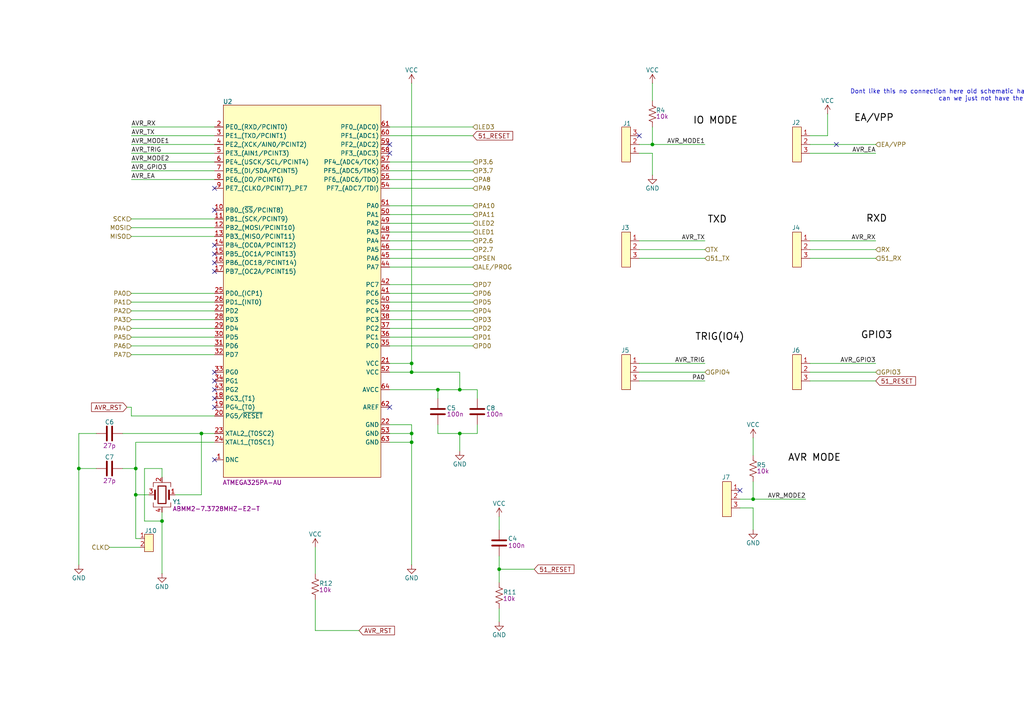
<source format=kicad_sch>
(kicad_sch (version 20231120) (generator "eeschema") (generator_version "8.0")
  (paper "A4")
  (lib_symbols
    (symbol "0603_Yageo_Res:RES_10k_0603" (pin_numbers hide)
      (property "Reference" "R" (at -20.32 5.08 0))
      (property "Display Value" "10k" (at 15.24 5.08 0))
      (symbol "RES_10k_0603_0_1"
        (polyline (pts (xy -2.286 0) (xy -2.54 0)))
        (polyline (pts (xy 2.286 0) (xy 2.54 0)))
        (polyline (pts (xy -2.286 0) (xy -1.905 1.016) (xy -1.524 0) (xy -1.143 -1.016) (xy -0.762 0)))
        (polyline (pts (xy -0.762 0) (xy -0.381 1.016) (xy 0 0) (xy 0.381 -1.016) (xy 0.762 0)))
        (polyline (pts (xy 0.762 0) (xy 1.143 1.016) (xy 1.524 0) (xy 1.905 -1.016) (xy 2.286 0)))
      )
      (symbol "RES_10k_0603_1_1"
        (pin passive line (at -3.81 0 0) (length 1.27) (name "~") (number "1"))
        (pin passive line (at 3.81 0 180) (length 1.27) (name "~") (number "2"))
      )
    )
    (symbol "NAE_Connectors:VERT_HDR_2_2.54mm"
      (property "Reference" "J" (at 0 3.81 0))
      (symbol "VERT_HDR_2_2.54mm_1_1"
        (rectangle (start -1.27 2.54) (end 1.27 -2.54) (fill (type background)))
        (pin passive line (at -2.54 1.27 0) (length 1.27) (name "") (number "1"))
        (pin passive line (at -2.54 -1.27 0) (length 1.27) (name "") (number "2"))
      )
    )
    (symbol "NAE_Connectors:VERT_HDR_3_2.54mm"
      (property "Reference" "J" (at 1.27 3.81 0))
      (symbol "VERT_HDR_3_2.54mm_1_1"
        (rectangle (start 0 2.54) (end 2.54 -7.62) (fill (type background)))
        (pin unspecified line (at -2.54 -5.08 0) (length 2.54) (name "") (number "1"))
        (pin unspecified line (at -2.54 -2.54 0) (length 2.54) (name "") (number "2"))
        (pin unspecified line (at -2.54 0 0) (length 2.54) (name "") (number "3"))
      )
    )
    (symbol "NAE_Crystals:Crystal_7.3728MHZ_SMD" (pin_names hide)
      (property "Reference" "Y" (at -2.54 5.08 0))
      (property "Display Value" "ABMM2-7.3728MHZ-E2-T" (at 3.81 -7.62 0))
      (symbol "Crystal_7.3728MHZ_SMD_0_1"
        (rectangle (start -1.143 2.54) (end 1.143 -2.54) (stroke (width 0.3048)))
        (polyline (pts (xy -2.54 0) (xy -2.032 0)))
        (polyline (pts (xy -2.032 -1.27) (xy -2.032 1.27)) (stroke (width 0.508)))
        (polyline (pts (xy 0 -3.81) (xy 0 -3.556)))
        (polyline (pts (xy 0 3.556) (xy 0 3.81)))
        (polyline (pts (xy 2.032 -1.27) (xy 2.032 1.27)) (stroke (width 0.508)))
        (polyline (pts (xy 2.032 0) (xy 2.54 0)))
        (polyline (pts (xy -2.54 -2.286) (xy -2.54 -3.556) (xy 2.54 -3.556) (xy 2.54 -2.286)))
        (polyline (pts (xy -2.54 2.286) (xy -2.54 3.556) (xy 2.54 3.556) (xy 2.54 2.286)))
      )
      (symbol "Crystal_7.3728MHZ_SMD_1_1"
        (pin passive line (at -3.81 0 0) (length 1.27) (name "1") (number "1"))
        (pin passive line (at 0 5.08 270) (length 1.27) (name "2") (number "2"))
        (pin passive line (at 3.81 0 180) (length 1.27) (name "3") (number "3"))
        (pin passive line (at 0 -5.08 90) (length 1.27) (name "4") (number "4"))
      )
    )
    (symbol "NAE_Integrated_Circuits:ATMEGA325PA-AU"
      (property "Reference" "U" (at -21.59 7.62 0))
      (property "Display Value" "ATMEGA325PA-AU" (at -13.97 -102.87 0))
      (symbol "ATMEGA325PA-AU_1_1"
        (rectangle (start -22.86 6.35) (end 22.86 -101.6) (fill (type background)))
        (pin unspecified line (at -25.4 -96.52 0) (length 2.54) (name "DNC") (number "1"))
        (pin unspecified line (at -25.4 -24.13 0) (length 2.54) (name "PB0_(~{SS}/PCINT8)") (number "10"))
        (pin unspecified line (at -25.4 -26.67 0) (length 2.54) (name "PB1_(SCK/PCINT9)") (number "11"))
        (pin unspecified line (at -25.4 -29.21 0) (length 2.54) (name "PB2_(MOSI/PCINT10)") (number "12"))
        (pin unspecified line (at -25.4 -31.75 0) (length 2.54) (name "PB3_(MISO/PCINT11)") (number "13"))
        (pin unspecified line (at -25.4 -34.29 0) (length 2.54) (name "PB4_(OC0A/PCINT12)") (number "14"))
        (pin unspecified line (at -25.4 -36.83 0) (length 2.54) (name "PB5_(OC1A/PCINT13)") (number "15"))
        (pin unspecified line (at -25.4 -39.37 0) (length 2.54) (name "PB6_(OC1B/PCINT14)") (number "16"))
        (pin unspecified line (at -25.4 -41.91 0) (length 2.54) (name "PB7_(OC2A/PCINT15)") (number "17"))
        (pin unspecified line (at -25.4 -78.74 0) (length 2.54) (name "PG3_(T1)") (number "18"))
        (pin unspecified line (at -25.4 -81.28 0) (length 2.54) (name "PG4_(T0)") (number "19"))
        (pin unspecified line (at -25.4 0 0) (length 2.54) (name "PE0_(RXD/PCINT0)") (number "2"))
        (pin unspecified line (at -25.4 -83.82 0) (length 2.54) (name "PG5/~{RESET}") (number "20"))
        (pin unspecified line (at 25.4 -68.58 180) (length 2.54) (name "VCC") (number "21"))
        (pin unspecified line (at 25.4 -86.36 180) (length 2.54) (name "GND") (number "22"))
        (pin unspecified line (at -25.4 -88.9 0) (length 2.54) (name "XTAL2_(TOSC2)") (number "23"))
        (pin unspecified line (at -25.4 -91.44 0) (length 2.54) (name "XTAL1_(TOSC1)") (number "24"))
        (pin unspecified line (at -25.4 -48.26 0) (length 2.54) (name "PD0_(ICP1)") (number "25"))
        (pin unspecified line (at -25.4 -50.8 0) (length 2.54) (name "PD1_(INT0)") (number "26"))
        (pin unspecified line (at -25.4 -53.34 0) (length 2.54) (name "PD2") (number "27"))
        (pin unspecified line (at -25.4 -55.88 0) (length 2.54) (name "PD3") (number "28"))
        (pin unspecified line (at -25.4 -58.42 0) (length 2.54) (name "PD4") (number "29"))
        (pin unspecified line (at -25.4 -2.54 0) (length 2.54) (name "PE1_(TXD/PCINT1)") (number "3"))
        (pin unspecified line (at -25.4 -60.96 0) (length 2.54) (name "PD5") (number "30"))
        (pin unspecified line (at -25.4 -63.5 0) (length 2.54) (name "PD6") (number "31"))
        (pin unspecified line (at -25.4 -66.04 0) (length 2.54) (name "PD7") (number "32"))
        (pin unspecified line (at -25.4 -71.12 0) (length 2.54) (name "PG0") (number "33"))
        (pin unspecified line (at -25.4 -73.66 0) (length 2.54) (name "PG1") (number "34"))
        (pin unspecified line (at 25.4 -63.5 180) (length 2.54) (name "PC0") (number "35"))
        (pin unspecified line (at 25.4 -60.96 180) (length 2.54) (name "PC1") (number "36"))
        (pin unspecified line (at 25.4 -58.42 180) (length 2.54) (name "PC2") (number "37"))
        (pin unspecified line (at 25.4 -55.88 180) (length 2.54) (name "PC3") (number "38"))
        (pin unspecified line (at 25.4 -53.34 180) (length 2.54) (name "PC4") (number "39"))
        (pin unspecified line (at -25.4 -5.08 0) (length 2.54) (name "PE2_(XCK/AIN0/PCINT2)") (number "4"))
        (pin unspecified line (at 25.4 -50.8 180) (length 2.54) (name "PC5") (number "40"))
        (pin unspecified line (at 25.4 -48.26 180) (length 2.54) (name "PC6") (number "41"))
        (pin unspecified line (at 25.4 -45.72 180) (length 2.54) (name "PC7") (number "42"))
        (pin unspecified line (at -25.4 -76.2 0) (length 2.54) (name "PG2") (number "43"))
        (pin unspecified line (at 25.4 -40.64 180) (length 2.54) (name "PA7") (number "44"))
        (pin unspecified line (at 25.4 -38.1 180) (length 2.54) (name "PA6") (number "45"))
        (pin unspecified line (at 25.4 -35.56 180) (length 2.54) (name "PA5") (number "46"))
        (pin unspecified line (at 25.4 -33.02 180) (length 2.54) (name "PA4") (number "47"))
        (pin unspecified line (at 25.4 -30.48 180) (length 2.54) (name "PA3") (number "48"))
        (pin unspecified line (at 25.4 -27.94 180) (length 2.54) (name "PA2") (number "49"))
        (pin unspecified line (at -25.4 -7.62 0) (length 2.54) (name "PE3_(AIN1/PCINT3)") (number "5"))
        (pin unspecified line (at 25.4 -25.4 180) (length 2.54) (name "PA1") (number "50"))
        (pin unspecified line (at 25.4 -22.86 180) (length 2.54) (name "PA0") (number "51"))
        (pin unspecified line (at 25.4 -71.12 180) (length 2.54) (name "VCC") (number "52"))
        (pin unspecified line (at 25.4 -88.9 180) (length 2.54) (name "GND") (number "53"))
        (pin unspecified line (at 25.4 -17.78 180) (length 2.54) (name "PF7_(ADC7/TDI)") (number "54"))
        (pin unspecified line (at 25.4 -15.24 180) (length 2.54) (name "PF6_(ADC6/TDO)") (number "55"))
        (pin unspecified line (at 25.4 -12.7 180) (length 2.54) (name "PF5_(ADC5/TMS)") (number "56"))
        (pin unspecified line (at 25.4 -10.16 180) (length 2.54) (name "PF4_(ADC4/TCK)") (number "57"))
        (pin unspecified line (at 25.4 -7.62 180) (length 2.54) (name "PF3_(ADC3)") (number "58"))
        (pin unspecified line (at 25.4 -5.08 180) (length 2.54) (name "PF2_(ADC2)") (number "59"))
        (pin unspecified line (at -25.4 -10.16 0) (length 2.54) (name "PE4_(USCK/SCL/PCINT4)") (number "6"))
        (pin unspecified line (at 25.4 -2.54 180) (length 2.54) (name "PF1_(ADC1)") (number "60"))
        (pin unspecified line (at 25.4 0 180) (length 2.54) (name "PF0_(ADC0)") (number "61"))
        (pin unspecified line (at 25.4 -81.28 180) (length 2.54) (name "AREF") (number "62"))
        (pin unspecified line (at 25.4 -91.44 180) (length 2.54) (name "GND") (number "63"))
        (pin unspecified line (at 25.4 -76.2 180) (length 2.54) (name "AVCC") (number "64"))
        (pin unspecified line (at -25.4 -12.7 0) (length 2.54) (name "PE5_(DI/SDA/PCINT5)") (number "7"))
        (pin unspecified line (at -25.4 -15.24 0) (length 2.54) (name "PE6_(DO/PCINT6)") (number "8"))
        (pin unspecified line (at -25.4 -17.78 0) (length 2.54) (name "PE7_(CLKO/PCINT7)_PE7") (number "9"))
      )
    )
    (symbol "nae_caps:CAP_100n_6.3V_0603" (pin_numbers hide)
      (property "Reference" "C" (at -20.32 5.08 0))
      (property "Display Value" "100n" (at 15.24 5.08 0))
      (symbol "CAP_100n_6.3V_0603_0_1"
        (polyline (pts (xy -0.762 -2.032) (xy -0.762 2.032)) (stroke (width 0.508)))
        (polyline (pts (xy 0.762 -2.032) (xy 0.762 2.032)) (stroke (width 0.508)))
      )
      (symbol "CAP_100n_6.3V_0603_1_1"
        (pin passive line (at -3.81 0 0) (length 2.794) (name "~") (number "1"))
        (pin passive line (at 3.81 0 180) (length 2.794) (name "~") (number "2"))
      )
    )
    (symbol "nae_caps:CAP_27p_50V_0603" (pin_numbers hide)
      (property "Reference" "C" (at -20.32 5.08 0))
      (property "Display Value" "27p" (at 15.24 5.08 0))
      (symbol "CAP_27p_50V_0603_0_1"
        (polyline (pts (xy -0.762 -2.032) (xy -0.762 2.032)) (stroke (width 0.508)))
        (polyline (pts (xy 0.762 -2.032) (xy 0.762 2.032)) (stroke (width 0.508)))
      )
      (symbol "CAP_27p_50V_0603_1_1"
        (pin passive line (at -3.81 0 0) (length 2.794) (name "~") (number "1"))
        (pin passive line (at 3.81 0 180) (length 2.794) (name "~") (number "2"))
      )
    )
    (symbol "power:GND" (power) (pin_numbers hide) (pin_names (offset 0) hide)
      (property "Value" "GND" (at 0 -3.81 0))
      (symbol "GND_0_1"
        (polyline (pts (xy 0 0) (xy 0 -1.27) (xy 1.27 -1.27) (xy 0 -2.54) (xy -1.27 -1.27) (xy 0 -1.27)))
      )
      (symbol "GND_1_1"
        (pin power_in line (at 0 0 270) (length 0) (name "~") (number "1"))
      )
    )
    (symbol "power:VCC" (power) (pin_numbers hide) (pin_names (offset 0) hide)
      (property "Value" "VCC" (at 0 3.556 0))
      (symbol "VCC_0_1"
        (polyline (pts (xy -0.762 1.27) (xy 0 2.54)))
        (polyline (pts (xy 0 0) (xy 0 2.54)))
        (polyline (pts (xy 0 2.54) (xy 0.762 1.27)))
      )
      (symbol "VCC_1_1"
        (pin power_in line (at 0 0 90) (length 0) (name "~") (number "1"))
      )
    )
  )
  (junction (at 189.23 41.91))
  (junction (at 39.37 135.89))
  (junction (at 133.35 125.73))
  (junction (at 127 113.03))
  (junction (at 119.38 125.73))
  (junction (at 119.38 107.95))
  (junction (at 46.99 151.13))
  (junction (at 119.38 105.41))
  (junction (at 144.78 165.1))
  (junction (at 133.35 113.03))
  (junction (at 22.86 135.89))
  (junction (at 58.42 125.73))
  (junction (at 39.37 143.51))
  (junction (at 119.38 128.27))
  (junction (at 218.44 144.78))
  (no_connect (at 62.23 73.66))
  (no_connect (at 242.57 41.91))
  (no_connect (at 62.23 115.57))
  (no_connect (at 185.42 39.37))
  (no_connect (at 62.23 60.96))
  (no_connect (at 62.23 113.03))
  (no_connect (at 62.23 133.35))
  (no_connect (at 62.23 54.61))
  (no_connect (at 214.63 142.24))
  (no_connect (at 62.23 110.49))
  (no_connect (at 62.23 76.2))
  (no_connect (at 113.03 118.11))
  (no_connect (at 62.23 71.12))
  (no_connect (at 62.23 78.74))
  (no_connect (at 62.23 118.11))
  (no_connect (at 113.03 44.45))
  (no_connect (at 113.03 41.91))
  (no_connect (at 62.23 107.95))
  (wire (pts (xy 38.1 118.11) (xy 38.1 120.65)))
  (wire (pts (xy 113.03 72.39) (xy 137.16 72.39)))
  (wire (pts (xy 185.42 69.85) (xy 204.47 69.85)))
  (wire (pts (xy 133.35 125.73) (xy 133.35 130.81)))
  (wire (pts (xy 113.03 46.99) (xy 137.16 46.99)))
  (wire (pts (xy 113.03 113.03) (xy 127 113.03)))
  (wire (pts (xy 234.95 72.39) (xy 254 72.39)))
  (wire (pts (xy 39.37 135.89) (xy 39.37 143.51)))
  (wire (pts (xy 133.35 107.95) (xy 119.38 107.95)))
  (wire (pts (xy 113.03 90.17) (xy 137.16 90.17)))
  (wire (pts (xy 144.78 176.53) (xy 144.78 180.34)))
  (wire (pts (xy 113.03 87.63) (xy 137.16 87.63)))
  (wire (pts (xy 113.03 64.77) (xy 137.16 64.77)))
  (wire (pts (xy 144.78 165.1) (xy 144.78 168.91)))
  (wire (pts (xy 218.44 127) (xy 218.44 132.08)))
  (wire (pts (xy 218.44 139.7) (xy 218.44 144.78)))
  (wire (pts (xy 38.1 100.33) (xy 62.23 100.33)))
  (wire (pts (xy 38.1 95.25) (xy 62.23 95.25)))
  (wire (pts (xy 113.03 36.83) (xy 137.16 36.83)))
  (wire (pts (xy 185.42 41.91) (xy 189.23 41.91)))
  (wire (pts (xy 218.44 147.32) (xy 218.44 153.67)))
  (wire (pts (xy 144.78 161.29) (xy 144.78 165.1)))
  (wire (pts (xy 38.1 49.53) (xy 62.23 49.53)))
  (wire (pts (xy 62.23 125.73) (xy 58.42 125.73)))
  (wire (pts (xy 119.38 24.13) (xy 119.38 105.41)))
  (wire (pts (xy 119.38 128.27) (xy 119.38 163.83)))
  (wire (pts (xy 38.1 92.71) (xy 62.23 92.71)))
  (wire (pts (xy 113.03 125.73) (xy 119.38 125.73)))
  (wire (pts (xy 185.42 107.95) (xy 204.47 107.95)))
  (wire (pts (xy 91.44 182.88) (xy 91.44 173.99)))
  (wire (pts (xy 240.03 33.02) (xy 240.03 39.37)))
  (wire (pts (xy 113.03 62.23) (xy 137.16 62.23)))
  (wire (pts (xy 35.56 135.89) (xy 39.37 135.89)))
  (wire (pts (xy 185.42 74.93) (xy 204.47 74.93)))
  (wire (pts (xy 38.1 44.45) (xy 62.23 44.45)))
  (wire (pts (xy 22.86 135.89) (xy 22.86 163.83)))
  (wire (pts (xy 234.95 105.41) (xy 254 105.41)))
  (wire (pts (xy 113.03 97.79) (xy 137.16 97.79)))
  (wire (pts (xy 185.42 105.41) (xy 204.47 105.41)))
  (wire (pts (xy 234.95 107.95) (xy 254 107.95)))
  (wire (pts (xy 113.03 95.25) (xy 137.16 95.25)))
  (wire (pts (xy 22.86 135.89) (xy 27.94 135.89)))
  (wire (pts (xy 27.94 125.73) (xy 22.86 125.73)))
  (wire (pts (xy 113.03 85.09) (xy 137.16 85.09)))
  (wire (pts (xy 133.35 113.03) (xy 127 113.03)))
  (wire (pts (xy 39.37 128.27) (xy 39.37 135.89)))
  (wire (pts (xy 31.75 158.75) (xy 40.64 158.75)))
  (wire (pts (xy 127 123.19) (xy 127 125.73)))
  (wire (pts (xy 39.37 156.21) (xy 40.64 156.21)))
  (wire (pts (xy 46.99 151.13) (xy 46.99 166.37)))
  (wire (pts (xy 46.99 148.59) (xy 46.99 151.13)))
  (wire (pts (xy 58.42 143.51) (xy 58.42 125.73)))
  (wire (pts (xy 127 125.73) (xy 133.35 125.73)))
  (wire (pts (xy 38.1 102.87) (xy 62.23 102.87)))
  (wire (pts (xy 113.03 100.33) (xy 137.16 100.33)))
  (wire (pts (xy 41.91 135.89) (xy 41.91 151.13)))
  (wire (pts (xy 185.42 110.49) (xy 204.47 110.49)))
  (wire (pts (xy 234.95 69.85) (xy 254 69.85)))
  (wire (pts (xy 214.63 144.78) (xy 218.44 144.78)))
  (wire (pts (xy 185.42 44.45) (xy 189.23 44.45)))
  (wire (pts (xy 218.44 144.78) (xy 233.68 144.78)))
  (wire (pts (xy 234.95 44.45) (xy 254 44.45)))
  (wire (pts (xy 189.23 24.13) (xy 189.23 29.21)))
  (wire (pts (xy 113.03 67.31) (xy 137.16 67.31)))
  (wire (pts (xy 39.37 143.51) (xy 39.37 156.21)))
  (wire (pts (xy 113.03 54.61) (xy 137.16 54.61)))
  (wire (pts (xy 214.63 147.32) (xy 218.44 147.32)))
  (wire (pts (xy 35.56 125.73) (xy 58.42 125.73)))
  (wire (pts (xy 38.1 36.83) (xy 62.23 36.83)))
  (wire (pts (xy 113.03 128.27) (xy 119.38 128.27)))
  (wire (pts (xy 234.95 39.37) (xy 240.03 39.37)))
  (wire (pts (xy 234.95 74.93) (xy 254 74.93)))
  (wire (pts (xy 46.99 138.43) (xy 46.99 135.89)))
  (wire (pts (xy 138.43 113.03) (xy 133.35 113.03)))
  (wire (pts (xy 113.03 74.93) (xy 137.16 74.93)))
  (wire (pts (xy 113.03 107.95) (xy 119.38 107.95)))
  (wire (pts (xy 144.78 149.86) (xy 144.78 153.67)))
  (wire (pts (xy 234.95 110.49) (xy 254 110.49)))
  (wire (pts (xy 91.44 182.88) (xy 104.14 182.88)))
  (wire (pts (xy 38.1 120.65) (xy 62.23 120.65)))
  (wire (pts (xy 38.1 66.04) (xy 62.23 66.04)))
  (wire (pts (xy 38.1 46.99) (xy 62.23 46.99)))
  (wire (pts (xy 138.43 125.73) (xy 138.43 123.19)))
  (wire (pts (xy 50.8 143.51) (xy 58.42 143.51)))
  (wire (pts (xy 113.03 105.41) (xy 119.38 105.41)))
  (wire (pts (xy 189.23 36.83) (xy 189.23 41.91)))
  (wire (pts (xy 38.1 52.07) (xy 62.23 52.07)))
  (wire (pts (xy 41.91 151.13) (xy 46.99 151.13)))
  (wire (pts (xy 113.03 92.71) (xy 137.16 92.71)))
  (wire (pts (xy 133.35 125.73) (xy 138.43 125.73)))
  (wire (pts (xy 113.03 39.37) (xy 137.16 39.37)))
  (wire (pts (xy 39.37 143.51) (xy 43.18 143.51)))
  (wire (pts (xy 113.03 77.47) (xy 137.16 77.47)))
  (wire (pts (xy 38.1 87.63) (xy 62.23 87.63)))
  (wire (pts (xy 189.23 41.91) (xy 204.47 41.91)))
  (wire (pts (xy 38.1 97.79) (xy 62.23 97.79)))
  (wire (pts (xy 119.38 123.19) (xy 119.38 125.73)))
  (wire (pts (xy 133.35 113.03) (xy 133.35 107.95)))
  (wire (pts (xy 62.23 128.27) (xy 39.37 128.27)))
  (wire (pts (xy 38.1 39.37) (xy 62.23 39.37)))
  (wire (pts (xy 38.1 68.58) (xy 62.23 68.58)))
  (wire (pts (xy 113.03 82.55) (xy 137.16 82.55)))
  (wire (pts (xy 38.1 85.09) (xy 62.23 85.09)))
  (wire (pts (xy 38.1 90.17) (xy 62.23 90.17)))
  (wire (pts (xy 22.86 125.73) (xy 22.86 135.89)))
  (wire (pts (xy 119.38 107.95) (xy 119.38 105.41)))
  (wire (pts (xy 36.83 118.11) (xy 38.1 118.11)))
  (wire (pts (xy 119.38 125.73) (xy 119.38 128.27)))
  (wire (pts (xy 113.03 59.69) (xy 137.16 59.69)))
  (wire (pts (xy 91.44 158.75) (xy 91.44 166.37)))
  (wire (pts (xy 127 113.03) (xy 127 115.57)))
  (wire (pts (xy 113.03 49.53) (xy 137.16 49.53)))
  (wire (pts (xy 144.78 165.1) (xy 154.94 165.1)))
  (wire (pts (xy 113.03 69.85) (xy 137.16 69.85)))
  (wire (pts (xy 113.03 52.07) (xy 137.16 52.07)))
  (wire (pts (xy 189.23 44.45) (xy 189.23 50.8)))
  (wire (pts (xy 113.03 123.19) (xy 119.38 123.19)))
  (wire (pts (xy 185.42 72.39) (xy 204.47 72.39)))
  (wire (pts (xy 138.43 115.57) (xy 138.43 113.03)))
  (wire (pts (xy 38.1 41.91) (xy 62.23 41.91)))
  (wire (pts (xy 46.99 135.89) (xy 41.91 135.89)))
  (wire (pts (xy 234.95 41.91) (xy 254 41.91)))
  (wire (pts (xy 38.1 63.5) (xy 62.23 63.5)))
  (text "Dont like this no connection here old schematic has net lable and then no connection\ncan we just not have the net label" (at 289.306 27.686 0) (effects (font (size 1.27 1.27))))
  (text "TRIG(IO4)" (at 208.788 97.79 0) (effects (font (size 2 2) (thickness 0.25))))
  (text "TXD\n" (at 208.026 63.754 0) (effects (font (size 2 2) (thickness 0.25))))
  (text "AVR MODE" (at 236.22 132.842 0) (effects (font (size 2 2) (thickness 0.25))))
  (text "EA/VPP" (at 253.492 34.29 0) (effects (font (size 2 2) (thickness 0.25))))
  (text "GPIO3" (at 254.254 97.282 0) (effects (font (size 2 2) (thickness 0.25))))
  (text "IO MODE" (at 207.518 35.052 0) (effects (font (size 2 2) (thickness 0.25))))
  (text "RXD" (at 254.254 63.5 0) (effects (font (size 2 2) (thickness 0.25))))
  (label "PA0" (at 204.47 110.49 180))
  (label "AVR_TRIG" (at 38.1 44.45 0))
  (label "AVR_TRIG" (at 204.47 105.41 180))
  (label "AVR_TX" (at 204.47 69.85 180))
  (label "AVR_EA" (at 254 44.45 180))
  (label "AVR_MODE2" (at 38.1 46.99 0))
  (label "AVR_EA" (at 38.1 52.07 0))
  (label "AVR_MODE2" (at 233.68 144.78 180))
  (label "AVR_RX" (at 254 69.85 180))
  (label "AVR_TX" (at 38.1 39.37 0))
  (label "AVR_RX" (at 38.1 36.83 0))
  (label "AVR_MODE1" (at 38.1 41.91 0))
  (label "AVR_GPIO3" (at 38.1 49.53 0))
  (label "AVR_MODE1" (at 204.47 41.91 180))
  (label "AVR_GPIO3" (at 254 105.41 180))
  (global_label "51_RESET" (shape input) (at 137.16 39.37 0) (property "Intersheetrefs" "${INTERSHEET_REFS}" (effects (hide yes))))
  (global_label "AVR_RST" (shape input) (at 104.14 182.88 0) (property "Intersheetrefs" "${INTERSHEET_REFS}" (effects (hide yes))))
  (global_label "51_RESET" (shape input) (at 154.94 165.1 0) (property "Intersheetrefs" "${INTERSHEET_REFS}" (effects (hide yes))))
  (global_label "51_RESET" (shape input) (at 254 110.49 0) (property "Intersheetrefs" "${INTERSHEET_REFS}" (effects (hide yes))))
  (global_label "AVR_RST" (shape input) (at 36.83 118.11 180) (property "Intersheetrefs" "${INTERSHEET_REFS}" (effects (hide yes))))
  (hierarchical_label "CLK" (shape input) (at 31.75 158.75 180))
  (hierarchical_label "PA1" (shape input) (at 38.1 87.63 180))
  (hierarchical_label "PD4" (shape input) (at 137.16 90.17 0))
  (hierarchical_label "PD1" (shape input) (at 137.16 97.79 0))
  (hierarchical_label "PD3" (shape input) (at 137.16 92.71 0))
  (hierarchical_label "51_RX" (shape input) (at 254 74.93 0))
  (hierarchical_label "SCK" (shape input) (at 38.1 63.5 180))
  (hierarchical_label "EA{slash}VPP" (shape input) (at 254 41.91 0))
  (hierarchical_label "ALE{slash}PROG" (shape input) (at 137.16 77.47 0))
  (hierarchical_label "PSEN" (shape input) (at 137.16 74.93 0))
  (hierarchical_label "PD5" (shape input) (at 137.16 87.63 0))
  (hierarchical_label "P3.7" (shape input) (at 137.16 49.53 0))
  (hierarchical_label "PA4" (shape input) (at 38.1 95.25 180))
  (hierarchical_label "51_TX" (shape input) (at 204.47 74.93 0))
  (hierarchical_label "PA7" (shape input) (at 38.1 102.87 180))
  (hierarchical_label "PA11" (shape input) (at 137.16 62.23 0))
  (hierarchical_label "LED2" (shape input) (at 137.16 64.77 0))
  (hierarchical_label "LED3" (shape input) (at 137.16 36.83 0))
  (hierarchical_label "PD2" (shape input) (at 137.16 95.25 0))
  (hierarchical_label "P2.7" (shape input) (at 137.16 72.39 0))
  (hierarchical_label "GPIO4" (shape input) (at 204.47 107.95 0))
  (hierarchical_label "MOSI" (shape input) (at 38.1 66.04 180))
  (hierarchical_label "PA10" (shape input) (at 137.16 59.69 0))
  (hierarchical_label "TX" (shape input) (at 204.47 72.39 0))
  (hierarchical_label "PD6" (shape input) (at 137.16 85.09 0))
  (hierarchical_label "LED1" (shape input) (at 137.16 67.31 0))
  (hierarchical_label "MISO" (shape input) (at 38.1 68.58 180))
  (hierarchical_label "PA6" (shape input) (at 38.1 100.33 180))
  (hierarchical_label "PA5" (shape input) (at 38.1 97.79 180))
  (hierarchical_label "P3.6" (shape input) (at 137.16 46.99 0))
  (hierarchical_label "GPIO3" (shape input) (at 254 107.95 0))
  (hierarchical_label "RX" (shape input) (at 254 72.39 0))
  (hierarchical_label "PD0" (shape input) (at 137.16 100.33 0))
  (hierarchical_label "PA8" (shape input) (at 137.16 52.07 0))
  (hierarchical_label "PA3" (shape input) (at 38.1 92.71 180))
  (hierarchical_label "PA9" (shape input) (at 137.16 54.61 0))
  (hierarchical_label "PA0" (shape input) (at 38.1 85.09 180))
  (hierarchical_label "PD7" (shape input) (at 137.16 82.55 0))
  (hierarchical_label "P2.6" (shape input) (at 137.16 69.85 0))
  (hierarchical_label "PA2" (shape input) (at 38.1 90.17 180))
  (symbol (lib_id "0603_Yageo_Res:RES_10k_0603") (at 144.78 172.72 90) (unit 1)
    (property "Reference" "R11" (at 145.906 171.7539 90) (effects (justify right)))
    (property "Value" "RES_10k_0603" (effects (hide yes)))
    (property "Footprint" "Resistor_SMD:R_0603_1608Metric" (effects (hide yes)))
    (property "Datasheet" "https://www.yageo.com/upload/media/product/products/datasheet/rchip/PYu-RC_Group_51_RoHS_L_12.pdf" (effects (hide yes)))
    (property "Description" "RES 10K OHM 1% 1/10W 0603" (effects (hide yes)))
    (property "Display Value" "10k" (at 145.851 173.6339 90) (effects (justify right)))
    (property "Manufacturer" "YAGEO" (effects (hide yes)))
    (property "Manufacturer Part Number" "RC0603FR-0710KL" (effects (hide yes)))
    (property "Supplier 1" "DigiKey" (effects (hide yes)))
    (property "Supplier 1 Part Number" "311-10.0KHRCT-ND" (effects (hide yes)))
    (property "Supplier 2" "no_data" (effects (hide yes)))
    (property "Supplier 2 Part Number" "no_data" (effects (hide yes)))
  )
  (symbol (lib_id "NAE_Connectors:VERT_HDR_3_2.54mm") (at 232.41 44.45 180) (unit 1)
    (property "Reference" "J2" (at 230.886 35.56 0))
    (property "Value" "1x3 straight header pins" (effects (hide yes)))
    (property "Footprint" "Connector_PinHeader_2.54mm:PinHeader_1x03_P2.54mm_Vertical" (effects (hide yes)))
    (property "Datasheet" "https://www.we-online.com/components/products/datasheet/61300311121.pdf" (effects (hide yes)))
    (property "Description" "CONN HEADER VERT 3POS 2.54MM" (effects (hide yes)))
    (property "Display Value" "Header" (effects (hide yes)))
    (property "Manufacturer" "Würth Elektronik" (effects (hide yes)))
    (property "Manufacturer Part Number" "61300311121" (effects (hide yes)))
    (property "Supplier 1" "DigiKey" (effects (hide yes)))
    (property "Supplier 1 Part Number" "732-5316-ND" (effects (hide yes)))
  )
  (symbol (lib_id "NAE_Integrated_Circuits:ATMEGA325PA-AU") (at 87.63 36.83 0) (unit 1)
    (property "Reference" "U2" (at 66.04 29.464 0))
    (property "Value" "ATMEGA325PA-AU" (effects (hide yes)))
    (property "Footprint" "Package_QFP:TQFP-64_10x10mm_P0.5mm" (effects (hide yes)))
    (property "Datasheet" "https://ww1.microchip.com/downloads/en/DeviceDoc/Atmel-8285-8-bit-AVR-Microcontroller-ATmega165A_PA_325A_PA_3250A_PA_645A_P_6450A_P_datasheet_Summary.pdf" (effects (hide yes)))
    (property "Description" "IC MCU 8BIT 32KB FLASH 64TQFP" (effects (hide yes)))
    (property "Display Value" "ATMEGA325PA-AU" (at 73.152 139.954 0))
    (property "Manufacturer" "Microchip Technology" (effects (hide yes)))
    (property "Manufacturer Part Number" "ATMEGA325PA-AU" (effects (hide yes)))
    (property "Supplier 1" "DigiKey" (effects (hide yes)))
    (property "Supplier 1 Part Number" "ATMEGA325PA-AU-ND" (effects (hide yes)))
  )
  (symbol (lib_id "power:VCC") (at 144.78 149.86 0) (unit 1)
    (property "Reference" "#PWR024" (effects (hide yes)))
    (property "Value" "VCC" (at 144.78 146.05 0))
    (property "Description" "Power symbol creates a global label with name \"VCC\"" (effects (hide yes)))
  )
  (symbol (lib_id "power:GND") (at 46.99 166.37 0) (unit 1)
    (property "Reference" "#PWR010" (effects (hide yes)))
    (property "Value" "GND" (at 46.99 170.18 0))
    (property "Description" "Power symbol creates a global label with name \"GND\" , ground" (effects (hide yes)))
  )
  (symbol (lib_id "NAE_Connectors:VERT_HDR_2_2.54mm") (at 43.18 157.48 0) (unit 1)
    (property "Reference" "J10" (at 41.91 153.924 0) (effects (justify left)))
    (property "Value" "2Pin_Header_2.54" (effects (hide yes)))
    (property "Footprint" "Connector_PinHeader_2.54mm:PinHeader_2x01_P2.54mm_Vertical" (effects (hide yes)))
    (property "Datasheet" "https://cdn.harwin.com/pdfs/M20-999.pdf" (effects (hide yes)))
    (property "Description" "CONN HEADER VERT 2POS 2.54MM" (effects (hide yes)))
    (property "Display Value" "Jack" (effects (hide yes)))
    (property "Manufacturer" "Harwin Inc." (effects (hide yes)))
    (property "Manufacturer Part Number" "M20-9990246" (effects (hide yes)))
    (property "Supplier 1" "DigiKey" (effects (hide yes)))
    (property "Supplier 1 Part Number" "952-2262-ND" (effects (hide yes)))
    (property "Supplier 2 Part Number" "Connector Header Through Hole 2 position 0.100\" (2.54mm)" (effects (hide yes)))
  )
  (symbol (lib_id "power:VCC") (at 218.44 127 0) (unit 1)
    (property "Reference" "#PWR016" (effects (hide yes)))
    (property "Value" "VCC" (at 218.44 123.19 0))
    (property "Description" "Power symbol creates a global label with name \"VCC\"" (effects (hide yes)))
  )
  (symbol (lib_id "NAE_Connectors:VERT_HDR_3_2.54mm") (at 182.88 74.93 180) (unit 1)
    (property "Reference" "J3" (at 181.356 66.04 0))
    (property "Value" "1x3 straight header pins" (effects (hide yes)))
    (property "Footprint" "Connector_PinHeader_2.54mm:PinHeader_1x03_P2.54mm_Vertical" (effects (hide yes)))
    (property "Datasheet" "https://www.we-online.com/components/products/datasheet/61300311121.pdf" (effects (hide yes)))
    (property "Description" "CONN HEADER VERT 3POS 2.54MM" (effects (hide yes)))
    (property "Display Value" "Header" (effects (hide yes)))
    (property "Manufacturer" "Würth Elektronik" (effects (hide yes)))
    (property "Manufacturer Part Number" "61300311121" (effects (hide yes)))
    (property "Supplier 1" "DigiKey" (effects (hide yes)))
    (property "Supplier 1 Part Number" "732-5316-ND" (effects (hide yes)))
  )
  (symbol (lib_id "NAE_Connectors:VERT_HDR_3_2.54mm") (at 182.88 39.37 0) (mirror y) (unit 1)
    (property "Reference" "J1" (at 181.864 35.814 0))
    (property "Value" "1x3 straight header pins" (effects (hide yes)))
    (property "Footprint" "Connector_PinHeader_2.54mm:PinHeader_1x03_P2.54mm_Vertical" (effects (hide yes)))
    (property "Datasheet" "https://www.we-online.com/components/products/datasheet/61300311121.pdf" (effects (hide yes)))
    (property "Description" "CONN HEADER VERT 3POS 2.54MM" (effects (hide yes)))
    (property "Display Value" "Header" (effects (hide yes)))
    (property "Manufacturer" "Würth Elektronik" (effects (hide yes)))
    (property "Manufacturer Part Number" "61300311121" (effects (hide yes)))
    (property "Supplier 1" "DigiKey" (effects (hide yes)))
    (property "Supplier 1 Part Number" "732-5316-ND" (effects (hide yes)))
  )
  (symbol (lib_id "NAE_Crystals:Crystal_7.3728MHZ_SMD") (at 46.99 143.51 0) (mirror y) (unit 1)
    (property "Reference" "Y1" (at 51.308 145.542 0))
    (property "Value" "ABMM2-7.3728MHZ-E2-T" (effects (hide yes)))
    (property "Footprint" "Crystal:Crystal_SMD_0603-4Pin_6.0x3.5mm" (effects (hide yes)))
    (property "Datasheet" "https://abracon.com/Resonators/ABMM2.pdf" (effects (hide yes)))
    (property "Description" "CRYSTAL 7.3728MHZ 18PF SMD" (effects (hide yes)))
    (property "Display Value" "ABMM2-7.3728MHZ-E2-T" (at 62.738 147.574 0))
    (property "Manufacturer" "Abracon LLC" (effects (hide yes)))
    (property "Manufacturer Part Number" "ABMM2-7.3728MHZ-E2-T" (effects (hide yes)))
    (property "Supplier 1" "DigiKey" (effects (hide yes)))
    (property "Supplier 1 Part Number" "535-10157-1-ND" (effects (hide yes)))
  )
  (symbol (lib_id "power:VCC") (at 119.38 24.13 0) (unit 1)
    (property "Reference" "#PWR07" (effects (hide yes)))
    (property "Value" "VCC" (at 119.38 20.32 0))
    (property "Description" "Power symbol creates a global label with name \"VCC\"" (effects (hide yes)))
  )
  (symbol (lib_id "power:GND") (at 22.86 163.83 0) (unit 1)
    (property "Reference" "#PWR09" (effects (hide yes)))
    (property "Value" "GND" (at 22.86 167.64 0))
    (property "Description" "Power symbol creates a global label with name \"GND\" , ground" (effects (hide yes)))
  )
  (symbol (lib_id "nae_caps:CAP_100n_6.3V_0603") (at 144.78 157.48 90) (unit 1)
    (property "Reference" "C4" (at 147.32 156.21 90) (effects (justify right)))
    (property "Value" "CAP_100n_6.3V_0603" (effects (hide yes)))
    (property "Footprint" "Capacitor_SMD:C_0603_1608Metric" (effects (hide yes)))
    (property "Datasheet" "https://www.yageo.com/upload/media/product/productsearch/datasheet/mlcc/UPY-GPHC_X7R_6.3V-to-250V_24.pdf" (effects (hide yes)))
    (property "Description" "CAP CER 0.1UF 6.3V X7R 0603" (effects (hide yes)))
    (property "Display Value" "100n" (at 147.32 158.242 90) (effects (justify right)))
    (property "Manufacturer" "YAGEO" (effects (hide yes)))
    (property "Manufacturer Part Number" "CC0603KRX7R5BB104" (effects (hide yes)))
    (property "Supplier 1" "DigiKey" (effects (hide yes)))
    (property "Supplier 1 Part Number" "13-CC0603KRX7R5BB104CT-ND" (effects (hide yes)))
    (property "Supplier 2" "no_data" (effects (hide yes)))
    (property "Supplier 2 Part Number" "no_data" (effects (hide yes)))
  )
  (symbol (lib_id "power:GND") (at 189.23 50.8 0) (unit 1)
    (property "Reference" "#PWR013" (effects (hide yes)))
    (property "Value" "GND" (at 189.23 54.61 0))
    (property "Description" "Power symbol creates a global label with name \"GND\" , ground" (effects (hide yes)))
  )
  (symbol (lib_id "0603_Yageo_Res:RES_10k_0603") (at 218.44 135.89 90) (unit 1)
    (property "Reference" "R5" (at 219.456 134.8741 90) (effects (justify right)))
    (property "Value" "RES_10k_0603" (effects (hide yes)))
    (property "Footprint" "Resistor_SMD:R_0603_1608Metric" (effects (hide yes)))
    (property "Datasheet" "https://www.yageo.com/upload/media/product/products/datasheet/rchip/PYu-RC_Group_51_RoHS_L_12.pdf" (effects (hide yes)))
    (property "Description" "RES 10K OHM 1% 1/10W 0603" (effects (hide yes)))
    (property "Display Value" "10k" (at 219.456 136.652 90) (effects (justify right)))
    (property "Manufacturer" "YAGEO" (effects (hide yes)))
    (property "Manufacturer Part Number" "RC0603FR-0710KL" (effects (hide yes)))
    (property "Supplier 1" "DigiKey" (effects (hide yes)))
    (property "Supplier 1 Part Number" "311-10.0KHRCT-ND" (effects (hide yes)))
    (property "Supplier 2" "no_data" (effects (hide yes)))
    (property "Supplier 2 Part Number" "no_data" (effects (hide yes)))
  )
  (symbol (lib_id "NAE_Connectors:VERT_HDR_3_2.54mm") (at 182.88 110.49 180) (unit 1)
    (property "Reference" "J5" (at 181.356 101.6 0))
    (property "Value" "1x3 straight header pins" (effects (hide yes)))
    (property "Footprint" "Connector_PinHeader_2.54mm:PinHeader_1x03_P2.54mm_Vertical" (effects (hide yes)))
    (property "Datasheet" "https://www.we-online.com/components/products/datasheet/61300311121.pdf" (effects (hide yes)))
    (property "Description" "CONN HEADER VERT 3POS 2.54MM" (effects (hide yes)))
    (property "Display Value" "Header" (effects (hide yes)))
    (property "Manufacturer" "Würth Elektronik" (effects (hide yes)))
    (property "Manufacturer Part Number" "61300311121" (effects (hide yes)))
    (property "Supplier 1" "DigiKey" (effects (hide yes)))
    (property "Supplier 1 Part Number" "732-5316-ND" (effects (hide yes)))
  )
  (symbol (lib_id "0603_Yageo_Res:RES_10k_0603") (at 91.44 170.18 90) (unit 1)
    (property "Reference" "R12" (at 92.566 169.2139 90) (effects (justify right)))
    (property "Value" "RES_10k_0603" (effects (hide yes)))
    (property "Footprint" "Resistor_SMD:R_0603_1608Metric" (effects (hide yes)))
    (property "Datasheet" "https://www.yageo.com/upload/media/product/products/datasheet/rchip/PYu-RC_Group_51_RoHS_L_12.pdf" (effects (hide yes)))
    (property "Description" "RES 10K OHM 1% 1/10W 0603" (effects (hide yes)))
    (property "Display Value" "10k" (at 92.511 171.0939 90) (effects (justify right)))
    (property "Manufacturer" "YAGEO" (effects (hide yes)))
    (property "Manufacturer Part Number" "RC0603FR-0710KL" (effects (hide yes)))
    (property "Supplier 1" "DigiKey" (effects (hide yes)))
    (property "Supplier 1 Part Number" "311-10.0KHRCT-ND" (effects (hide yes)))
    (property "Supplier 2" "no_data" (effects (hide yes)))
    (property "Supplier 2 Part Number" "no_data" (effects (hide yes)))
  )
  (symbol (lib_id "power:GND") (at 144.78 180.34 0) (unit 1)
    (property "Reference" "#PWR023" (effects (hide yes)))
    (property "Value" "GND" (at 144.78 184.15 0))
    (property "Description" "Power symbol creates a global label with name \"GND\" , ground" (effects (hide yes)))
  )
  (symbol (lib_id "nae_caps:CAP_27p_50V_0603") (at 31.75 135.89 0) (unit 1)
    (property "Reference" "C7" (at 31.75 132.588 0))
    (property "Value" "CAP_27p_50V_0603" (effects (hide yes)))
    (property "Footprint" "Capacitor_SMD:C_0603_1608Metric" (effects (hide yes)))
    (property "Datasheet" "https://content.kemet.com/datasheets/KEM_C1002_X7R_SMD.pdf" (effects (hide yes)))
    (property "Description" "CAP CER 27PF 50V X7R 0603" (effects (hide yes)))
    (property "Display Value" "27p" (at 31.75 139.446 0))
    (property "Manufacturer" "KEMET" (effects (hide yes)))
    (property "Manufacturer Part Number" "C0603C270J5RACTU" (effects (hide yes)))
    (property "Supplier 1" "DigiKey" (effects (hide yes)))
    (property "Supplier 1 Part Number" "399-17587-1-ND" (effects (hide yes)))
  )
  (symbol (lib_id "NAE_Connectors:VERT_HDR_3_2.54mm") (at 232.41 110.49 180) (unit 1)
    (property "Reference" "J6" (at 230.886 101.6 0))
    (property "Value" "1x3 straight header pins" (effects (hide yes)))
    (property "Footprint" "Connector_PinHeader_2.54mm:PinHeader_1x03_P2.54mm_Vertical" (effects (hide yes)))
    (property "Datasheet" "https://www.we-online.com/components/products/datasheet/61300311121.pdf" (effects (hide yes)))
    (property "Description" "CONN HEADER VERT 3POS 2.54MM" (effects (hide yes)))
    (property "Display Value" "Header" (effects (hide yes)))
    (property "Manufacturer" "Würth Elektronik" (effects (hide yes)))
    (property "Manufacturer Part Number" "61300311121" (effects (hide yes)))
    (property "Supplier 1" "DigiKey" (effects (hide yes)))
    (property "Supplier 1 Part Number" "732-5316-ND" (effects (hide yes)))
  )
  (symbol (lib_id "power:GND") (at 133.35 130.81 0) (unit 1)
    (property "Reference" "#PWR011" (effects (hide yes)))
    (property "Value" "GND" (at 133.35 134.62 0))
    (property "Description" "Power symbol creates a global label with name \"GND\" , ground" (effects (hide yes)))
  )
  (symbol (lib_id "power:GND") (at 218.44 153.67 0) (unit 1)
    (property "Reference" "#PWR017" (effects (hide yes)))
    (property "Value" "GND" (at 218.44 157.48 0))
    (property "Description" "Power symbol creates a global label with name \"GND\" , ground" (effects (hide yes)))
  )
  (symbol (lib_id "power:VCC") (at 189.23 24.13 0) (unit 1)
    (property "Reference" "#PWR014" (effects (hide yes)))
    (property "Value" "VCC" (at 189.23 20.32 0))
    (property "Description" "Power symbol creates a global label with name \"VCC\"" (effects (hide yes)))
  )
  (symbol (lib_id "power:VCC") (at 91.44 158.75 0) (unit 1)
    (property "Reference" "#PWR022" (effects (hide yes)))
    (property "Value" "VCC" (at 91.44 154.94 0))
    (property "Description" "Power symbol creates a global label with name \"VCC\"" (effects (hide yes)))
  )
  (symbol (lib_id "nae_caps:CAP_27p_50V_0603") (at 31.75 125.73 0) (unit 1)
    (property "Reference" "C6" (at 31.75 122.428 0))
    (property "Value" "CAP_27p_50V_0603" (effects (hide yes)))
    (property "Footprint" "Capacitor_SMD:C_0603_1608Metric" (effects (hide yes)))
    (property "Datasheet" "https://content.kemet.com/datasheets/KEM_C1002_X7R_SMD.pdf" (effects (hide yes)))
    (property "Description" "CAP CER 27PF 50V X7R 0603" (effects (hide yes)))
    (property "Display Value" "27p" (at 31.75 129.286 0))
    (property "Manufacturer" "KEMET" (effects (hide yes)))
    (property "Manufacturer Part Number" "C0603C270J5RACTU" (effects (hide yes)))
    (property "Supplier 1" "DigiKey" (effects (hide yes)))
    (property "Supplier 1 Part Number" "399-17587-1-ND" (effects (hide yes)))
  )
  (symbol (lib_id "power:GND") (at 119.38 163.83 0) (unit 1)
    (property "Reference" "#PWR08" (effects (hide yes)))
    (property "Value" "GND" (at 119.38 167.64 0))
    (property "Description" "Power symbol creates a global label with name \"GND\" , ground" (effects (hide yes)))
  )
  (symbol (lib_id "0603_Yageo_Res:RES_10k_0603") (at 189.23 33.02 90) (unit 1)
    (property "Reference" "R4" (at 190.246 32.0041 90) (effects (justify right)))
    (property "Value" "RES_10k_0603" (effects (hide yes)))
    (property "Footprint" "Resistor_SMD:R_0603_1608Metric" (effects (hide yes)))
    (property "Datasheet" "https://www.yageo.com/upload/media/product/products/datasheet/rchip/PYu-RC_Group_51_RoHS_L_12.pdf" (effects (hide yes)))
    (property "Description" "RES 10K OHM 1% 1/10W 0603" (effects (hide yes)))
    (property "Display Value" "10k" (at 190.246 33.782 90) (effects (justify right)))
    (property "Manufacturer" "YAGEO" (effects (hide yes)))
    (property "Manufacturer Part Number" "RC0603FR-0710KL" (effects (hide yes)))
    (property "Supplier 1" "DigiKey" (effects (hide yes)))
    (property "Supplier 1 Part Number" "311-10.0KHRCT-ND" (effects (hide yes)))
    (property "Supplier 2" "no_data" (effects (hide yes)))
    (property "Supplier 2 Part Number" "no_data" (effects (hide yes)))
  )
  (symbol (lib_id "NAE_Connectors:VERT_HDR_3_2.54mm") (at 232.41 74.93 180) (unit 1)
    (property "Reference" "J4" (at 230.886 66.04 0))
    (property "Value" "1x3 straight header pins" (effects (hide yes)))
    (property "Footprint" "Connector_PinHeader_2.54mm:PinHeader_1x03_P2.54mm_Vertical" (effects (hide yes)))
    (property "Datasheet" "https://www.we-online.com/components/products/datasheet/61300311121.pdf" (effects (hide yes)))
    (property "Description" "CONN HEADER VERT 3POS 2.54MM" (effects (hide yes)))
    (property "Display Value" "Header" (effects (hide yes)))
    (property "Manufacturer" "Würth Elektronik" (effects (hide yes)))
    (property "Manufacturer Part Number" "61300311121" (effects (hide yes)))
    (property "Supplier 1" "DigiKey" (effects (hide yes)))
    (property "Supplier 1 Part Number" "732-5316-ND" (effects (hide yes)))
  )
  (symbol (lib_id "power:VCC") (at 240.03 33.02 0) (unit 1)
    (property "Reference" "#PWR015" (effects (hide yes)))
    (property "Value" "VCC" (at 240.03 29.21 0))
    (property "Description" "Power symbol creates a global label with name \"VCC\"" (effects (hide yes)))
  )
  (symbol (lib_id "NAE_Connectors:VERT_HDR_3_2.54mm") (at 212.09 147.32 180) (unit 1)
    (property "Reference" "J7" (at 210.566 138.43 0))
    (property "Value" "1x3 straight header pins" (effects (hide yes)))
    (property "Footprint" "Connector_PinHeader_2.54mm:PinHeader_1x03_P2.54mm_Vertical" (effects (hide yes)))
    (property "Datasheet" "https://www.we-online.com/components/products/datasheet/61300311121.pdf" (effects (hide yes)))
    (property "Description" "CONN HEADER VERT 3POS 2.54MM" (effects (hide yes)))
    (property "Display Value" "Header" (effects (hide yes)))
    (property "Manufacturer" "Würth Elektronik" (effects (hide yes)))
    (property "Manufacturer Part Number" "61300311121" (effects (hide yes)))
    (property "Supplier 1" "DigiKey" (effects (hide yes)))
    (property "Supplier 1 Part Number" "732-5316-ND" (effects (hide yes)))
  )
  (symbol (lib_id "nae_caps:CAP_100n_6.3V_0603") (at 127 119.38 90) (unit 1)
    (property "Reference" "C5" (at 129.54 118.3641 90) (effects (justify right)))
    (property "Value" "CAP_100n_6.3V_0603" (effects (hide yes)))
    (property "Footprint" "Capacitor_SMD:C_0603_1608Metric" (effects (hide yes)))
    (property "Datasheet" "https://www.yageo.com/upload/media/product/productsearch/datasheet/mlcc/UPY-GPHC_X7R_6.3V-to-250V_24.pdf" (effects (hide yes)))
    (property "Description" "CAP CER 0.1UF 6.3V X7R 0603" (effects (hide yes)))
    (property "Display Value" "100n" (at 129.54 120.142 90) (effects (justify right)))
    (property "Manufacturer" "YAGEO" (effects (hide yes)))
    (property "Manufacturer Part Number" "CC0603KRX7R5BB104" (effects (hide yes)))
    (property "Supplier 1" "DigiKey" (effects (hide yes)))
    (property "Supplier 1 Part Number" "13-CC0603KRX7R5BB104CT-ND" (effects (hide yes)))
    (property "Supplier 2" "no_data" (effects (hide yes)))
    (property "Supplier 2 Part Number" "no_data" (effects (hide yes)))
  )
  (symbol (lib_id "nae_caps:CAP_100n_6.3V_0603") (at 138.43 119.38 90) (unit 1)
    (property "Reference" "C8" (at 140.97 118.3641 90) (effects (justify right)))
    (property "Value" "CAP_100n_6.3V_0603" (effects (hide yes)))
    (property "Footprint" "Capacitor_SMD:C_0603_1608Metric" (effects (hide yes)))
    (property "Datasheet" "https://www.yageo.com/upload/media/product/productsearch/datasheet/mlcc/UPY-GPHC_X7R_6.3V-to-250V_24.pdf" (effects (hide yes)))
    (property "Description" "CAP CER 0.1UF 6.3V X7R 0603" (effects (hide yes)))
    (property "Display Value" "100n" (at 140.97 120.142 90) (effects (justify right)))
    (property "Manufacturer" "YAGEO" (effects (hide yes)))
    (property "Manufacturer Part Number" "CC0603KRX7R5BB104" (effects (hide yes)))
    (property "Supplier 1" "DigiKey" (effects (hide yes)))
    (property "Supplier 1 Part Number" "13-CC0603KRX7R5BB104CT-ND" (effects (hide yes)))
    (property "Supplier 2" "no_data" (effects (hide yes)))
    (property "Supplier 2 Part Number" "no_data" (effects (hide yes)))
  )
)
</source>
